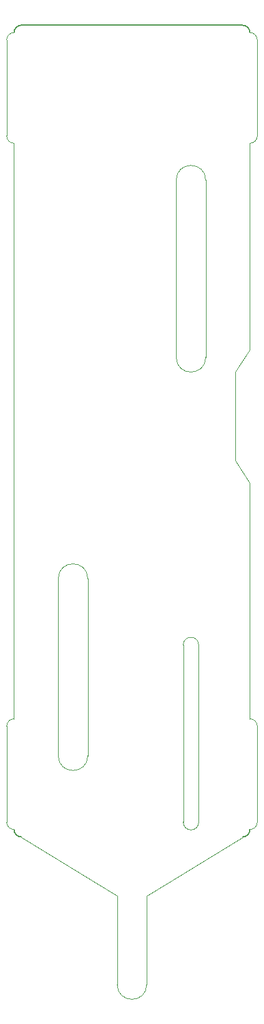
<source format=gm1>
G04 #@! TF.GenerationSoftware,KiCad,Pcbnew,(6.0.0-0)*
G04 #@! TF.CreationDate,2022-01-04T22:04:24+01:00*
G04 #@! TF.ProjectId,floaty,666c6f61-7479-42e6-9b69-6361645f7063,0.0.1a*
G04 #@! TF.SameCoordinates,Original*
G04 #@! TF.FileFunction,Profile,NP*
%FSLAX46Y46*%
G04 Gerber Fmt 4.6, Leading zero omitted, Abs format (unit mm)*
G04 Created by KiCad (PCBNEW (6.0.0-0)) date 2022-01-04 22:04:24*
%MOMM*%
%LPD*%
G01*
G04 APERTURE LIST*
G04 #@! TA.AperFunction,Profile*
%ADD10C,0.100000*%
G04 #@! TD*
G04 #@! TA.AperFunction,Profile*
%ADD11C,0.200000*%
G04 #@! TD*
G04 #@! TA.AperFunction,Profile*
%ADD12C,0.120000*%
G04 #@! TD*
G04 APERTURE END LIST*
D10*
X98000000Y-168000000D02*
X111000000Y-176000000D01*
X111000000Y-188000000D02*
X111000000Y-176000000D01*
X115000000Y-176000000D02*
X128000000Y-168000000D01*
X115000000Y-188000000D02*
X115000000Y-176000000D01*
X111000000Y-188000000D02*
G75*
G03*
X115000000Y-188000000I2000000J0D01*
G01*
X127000000Y-117000000D02*
X127000000Y-105000000D01*
X129000000Y-120000000D02*
X129000000Y-152000000D01*
X129000000Y-74000000D02*
X129000000Y-102000000D01*
X127000000Y-105000000D02*
X129000000Y-102000000D01*
X127000000Y-117000000D02*
X129000000Y-120000000D01*
X96000000Y-73000000D02*
X96000000Y-60000000D01*
X97000000Y-152000000D02*
G75*
G03*
X96000000Y-153000000I-1J-999999D01*
G01*
X96000000Y-166000000D02*
X96000000Y-153000000D01*
X96000000Y-166000000D02*
G75*
G03*
X97000000Y-167000000I999999J-1D01*
G01*
X96000000Y-73000000D02*
G75*
G03*
X97000000Y-74000000I999999J-1D01*
G01*
X97000000Y-152000000D02*
X97000000Y-74000000D01*
X97000000Y-59000000D02*
G75*
G03*
X96000000Y-60000000I-1J-999999D01*
G01*
X130000000Y-60000000D02*
X130000000Y-73000000D01*
X130000000Y-60000000D02*
G75*
G03*
X129000000Y-59000000I-999999J1D01*
G01*
X129000000Y-74000000D02*
G75*
G03*
X130000000Y-73000000I1J999999D01*
G01*
X130000000Y-153000000D02*
X130000000Y-166000000D01*
X129000000Y-167000000D02*
G75*
G03*
X130000000Y-166000000I1J999999D01*
G01*
X130000000Y-153000000D02*
G75*
G03*
X129000000Y-152000000I-1000000J0D01*
G01*
D11*
X98000000Y-58000000D02*
X128000000Y-58000000D01*
X128000000Y-168000000D02*
G75*
G03*
X129000000Y-167000000I4J999996D01*
G01*
X97000003Y-167000000D02*
G75*
G03*
X98000000Y-168000000I999997J-3D01*
G01*
X98000000Y-58000003D02*
G75*
G03*
X97000000Y-59000000I-3J-999997D01*
G01*
X128999997Y-59000000D02*
G75*
G03*
X128000000Y-58000000I-999997J3D01*
G01*
D12*
X119950000Y-142000000D02*
X119950000Y-166000000D01*
X123000000Y-103000000D02*
X123000000Y-79000000D01*
X122050000Y-166000000D02*
X122050000Y-142000000D01*
X107000000Y-157000000D02*
X107000000Y-133000000D01*
X103000000Y-133000000D02*
X103000000Y-157000000D01*
X119000000Y-79000000D02*
X119000000Y-103000000D01*
X119950000Y-166000000D02*
G75*
G03*
X122050000Y-166000000I1050000J-9219D01*
G01*
X122050000Y-142000000D02*
G75*
G03*
X119950000Y-142000000I-1050000J0D01*
G01*
X103000000Y-157000000D02*
G75*
G03*
X107000000Y-157000000I2000000J0D01*
G01*
X119000000Y-103000000D02*
G75*
G03*
X123000000Y-103000000I2000000J0D01*
G01*
X123000000Y-79000000D02*
G75*
G03*
X119000000Y-79000000I-2000000J0D01*
G01*
X107000000Y-133000000D02*
G75*
G03*
X103000000Y-133000000I-2000000J0D01*
G01*
M02*

</source>
